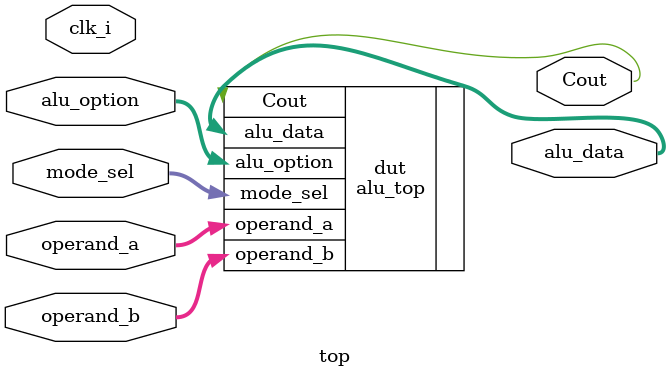
<source format=sv>
/* verilator lint_off UNUSED */
module top 
#(
    parameter WIDTH = 4
)
(
    input  logic                  clk_i,
    input  logic [WIDTH-1:0]      operand_a,
    input  logic [WIDTH-1:0]      operand_b,
    input  logic [3:0]            alu_option,  
    input  logic [1:0]            mode_sel,

    output logic [WIDTH-1:0]      alu_data,
    output logic                  Cout           
);

alu_top
  #(
      .WIDTH(WIDTH)
  )
  dut
  (
      .operand_a(operand_a),
      .operand_b(operand_b),
      .alu_option(alu_option),  
      .mode_sel(mode_sel),
      .alu_data(alu_data),
      .Cout(Cout)           
  );
  
always @(posedge clk_i) begin : process_assert
    case ({mode_sel, alu_option})
        6'b000000: assert(alu_data == (operand_a + operand_b));
        6'b000001: assert(alu_data == (operand_a - operand_b));
        6'b000010: assert(alu_data == (operand_a * operand_b));
        6'b000011: assert(alu_data == (operand_a / operand_b));
        6'b000100: assert(alu_data == (operand_a % operand_b));

        6'b010000: assert(alu_data == (operand_a & operand_b));
        6'b010001: assert(alu_data == (operand_a | operand_b));
        6'b010010: assert(alu_data == (operand_a ^ operand_b));
        6'b010011: assert(alu_data == ~operand_a);
        6'b010100: assert(alu_data == ~operand_b);
        6'b010101: assert(alu_data == ~(operand_a & operand_b));
        6'b010110: assert(alu_data == ~(operand_a | operand_b));
        6'b010111: assert(alu_data == ~(operand_a ^ operand_b));

        6'b100000: assert(alu_data == ((operand_a == operand_b) ? 1 : 0));
        6'b100001: assert(alu_data == ((operand_a != operand_b) ? 1 : 0));
        6'b100010: assert(alu_data == (($signed(operand_a) < $signed(operand_b)) ? 1 : 0)) ;
        6'b100011: assert(alu_data == (($signed(operand_a) >= $signed(operand_b)) ? 1 : 0));
        6'b100100: assert(alu_data == ((operand_a < operand_b) ? 1 : 0)); 
        6'b100101: assert(alu_data == ((operand_a >= operand_b) ? 1 : 0)) ; 
        6'b100110: assert(alu_data == (operand_a << operand_b));           
        6'b100111: assert(alu_data == (operand_a >> operand_b));           
        6'b101000: assert(alu_data == ($signed(operand_a) >>> operand_b)); 
        6'b101001: assert(alu_data == (($signed(operand_a) < $signed(operand_b)) ? 1 : 0));  
        6'b101010: assert(alu_data == ((operand_a < operand_b) ? 1 : 0)); 
        default: assert(0);
    endcase
end
endmodule

</source>
